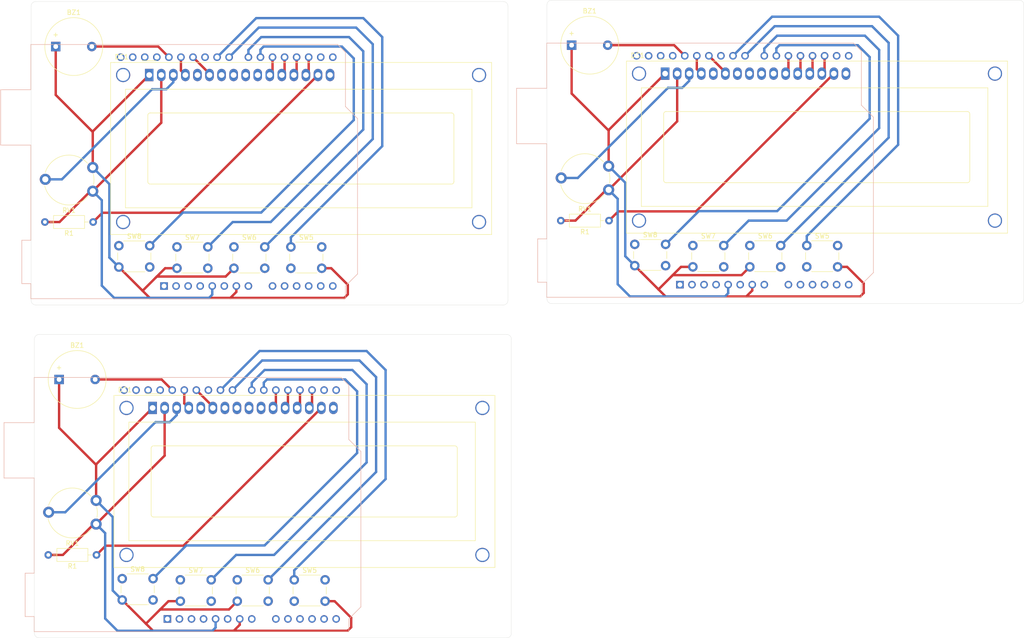
<source format=kicad_pcb>
(kicad_pcb (version 20241229) (generator "pcbnew") (generator_version "9.0")
  (layers (0 "F.Cu" signal) (2 "B.Cu" signal) (13 "F.Paste" user) (15 "B.Paste" user) (5 "F.SilkS" user "F.Silkscreen") (7 "B.SilkS" user "B.Silkscreen") (1 "F.Mask" user) (3 "B.Mask" user) (25 "Edge.Cuts" user))
  (net 0 "")
  (net 2 "/D6")
  (net 3 "/D2")
  (net 7 "/D4")
  (net 10 "/D12")
  (net 15 "/D7")
  (net 17 "/Vss")
  (net 18 "/D9")
  (net 21 "/D5")
  (net 22 "/D11")
  (net 23 "/Vdd")
  (net 24 "/D8")
  (net 27 "/D13")
  (net 28 "/D3")
  (net 36 "Net-(DS1-LED(+))")
  (net 37 "Net-(DS1-VO)")
  (footprint "Button_Switch_THT:SW_PUSH_6mm" (layer "F.Cu") (at 81.75 91.75)
    (property "Reference" "SW7")
    (property "Value" "SW_Push")
  )
  (footprint "Button_Switch_THT:SW_PUSH_6mm" (layer "F.Cu") (at 94.457107 161.957107)
    (property "Reference" "SW6")
    (property "Value" "SW_Push")
  )
  (footprint "Button_Switch_THT:SW_PUSH_6mm" (layer "F.Cu") (at 82.457107 161.957107)
    (property "Reference" "SW7")
    (property "Value" "SW_Push")
  )
  (footprint "Resistor_THT:R_Axial_DIN0207_L6.3mm_D2.5mm_P10.16mm_Horizontal" (layer "F.Cu") (at 64.787107 156.707107 180)
    (property "Reference" "R1")
    (property "Value" "R_US")
  )
  (footprint "Button_Switch_THT:SW_PUSH_6mm" (layer "F.Cu") (at 214.457107 91.457107)
    (property "Reference" "SW5")
    (property "Value" "SW_Push")
  )
  (footprint "Button_Switch_THT:SW_PUSH_6mm" (layer "F.Cu") (at 69.5 91.5)
    (property "Reference" "SW8")
    (property "Value" "SW_Push")
  )
  (footprint "Buzzer_Beeper:Buzzer_12x9.5RM7.6" (layer "F.Cu") (at 56.907107 119.707107)
    (property "Reference" "BZ1")
    (property "Value" "Buzzer")
  )
  (footprint "Button_Switch_THT:SW_PUSH_6mm" (layer "F.Cu") (at 202.457107 91.457107)
    (property "Reference" "SW6")
    (property "Value" "SW_Push")
  )
  (footprint "Button_Switch_THT:SW_PUSH_6mm" (layer "F.Cu") (at 70.207107 161.707107)
    (property "Reference" "SW8")
    (property "Value" "SW_Push")
  )
  (footprint "Resistor_THT:R_Axial_DIN0207_L6.3mm_D2.5mm_P10.16mm_Horizontal" (layer "F.Cu") (at 172.787107 86.207107 180)
    (property "Reference" "R1")
    (property "Value" "R_US")
  )
  (footprint "Display:WC1602A" (layer "F.Cu") (at 184.607107 55.207107)
    (property "Reference" "DS1")
    (property "Value" "WC1602A")
  )
  (footprint "Button_Switch_THT:SW_PUSH_6mm" (layer "F.Cu") (at 190.457107 91.457107)
    (property "Reference" "SW7")
    (property "Value" "SW_Push")
  )
  (footprint "Button_Switch_THT:SW_PUSH_6mm" (layer "F.Cu") (at 106.457107 161.957107)
    (property "Reference" "SW5")
    (property "Value" "SW_Push")
  )
  (footprint "Potentiometer_THT:Potentiometer_Piher_PT-10-V10_Vertical" (layer "F.Cu") (at 64.707107 145.207107 180)
    (property "Reference" "RV1")
    (property "Value" "R_Potentiometer")
  )
  (footprint "Display:WC1602A" (layer "F.Cu") (at 76.607107 125.707107)
    (property "Reference" "DS1")
    (property "Value" "WC1602A")
  )
  (footprint "Potentiometer_THT:Potentiometer_Piher_PT-10-V10_Vertical" (layer "F.Cu") (at 64 75 180)
    (property "Reference" "RV1")
    (property "Value" "R_Potentiometer")
  )
  (footprint "Resistor_THT:R_Axial_DIN0207_L6.3mm_D2.5mm_P10.16mm_Horizontal" (layer "F.Cu") (at 64.08 86.5 180)
    (property "Reference" "R1")
    (property "Value" "R_US")
  )
  (footprint "Potentiometer_THT:Potentiometer_Piher_PT-10-V10_Vertical" (layer "F.Cu") (at 172.707107 74.707107 180)
    (property "Reference" "RV1")
    (property "Value" "R_Potentiometer")
  )
  (footprint "Button_Switch_THT:SW_PUSH_6mm" (layer "F.Cu") (at 93.75 91.75)
    (property "Reference" "SW6")
    (property "Value" "SW_Push")
  )
  (footprint "Buzzer_Beeper:Buzzer_12x9.5RM7.6" (layer "F.Cu") (at 56.2 49.5)
    (property "Reference" "BZ1")
    (property "Value" "Buzzer")
  )
  (footprint "Display:WC1602A" (layer "F.Cu") (at 75.9 55.5)
    (property "Reference" "DS1")
    (property "Value" "WC1602A")
  )
  (footprint "Button_Switch_THT:SW_PUSH_6mm" (layer "F.Cu") (at 178.207107 91.207107)
    (property "Reference" "SW8")
    (property "Value" "SW_Push")
  )
  (footprint "Button_Switch_THT:SW_PUSH_6mm" (layer "F.Cu") (at 105.75 91.75)
    (property "Reference" "SW5")
    (property "Value" "SW_Push")
  )
  (footprint "Buzzer_Beeper:Buzzer_12x9.5RM7.6" (layer "F.Cu") (at 164.907107 49.207107)
    (property "Reference" "BZ1")
    (property "Value" "Buzzer")
  )
  (footprint "Module:Arduino_UNO_R3" (layer "B.Cu") (at 187.727107 99.707107)
    (property "Reference" "A1" (hide yes))
    (property "Value" "Arduino_UNO_R3")
  )
  (footprint "Module:Arduino_UNO_R3" (layer "B.Cu") (at 79.727107 170.207107)
    (property "Reference" "A1" (hide yes))
    (property "Value" "Arduino_UNO_R3")
  )
  (footprint "Module:Arduino_UNO_R3" (layer "B.Cu") (at 79.02 100)
    (property "Reference" "A1" (hide yes))
    (property "Value" "Arduino_UNO_R3")
  )
  (gr_arc (start 159.707107 40.707107) (mid 160 40) (end 160.707107 39.707107) (stroke (width 0.05)) (layer "Edge.Cuts"))
  (gr_arc (start 260.207107 102.707107) (mid 259.914214 103.414214) (end 259.207107 103.707107) (stroke (width 0.05)) (layer "Edge.Cuts"))
  (gr_arc (start 160.707107 103.707107) (mid 160 103.414214) (end 159.707107 102.707107) (stroke (width 0.05)) (layer "Edge.Cuts"))
  (gr_line (start 150.5 104) (end 52 104) (stroke (width 0.05)) (layer "Edge.Cuts"))
  (gr_arc (start 151.5 103) (mid 151.207107 103.707107) (end 150.5 104) (stroke (width 0.05)) (layer "Edge.Cuts"))
  (gr_line (start 51.707107 173.207107) (end 51.707107 111.207107) (stroke (width 0.05)) (layer "Edge.Cuts"))
  (gr_arc (start 51 41) (mid 51.292893 40.292893) (end 52 40) (stroke (width 0.05)) (layer "Edge.Cuts"))
  (gr_arc (start 259.207107 39.707107) (mid 259.914214 40) (end 260.207107 40.707107) (stroke (width 0.05)) (layer "Edge.Cuts"))
  (gr_line (start 160.707107 39.707107) (end 259.207107 39.707107) (stroke (width 0.05)) (layer "Edge.Cuts"))
  (gr_arc (start 52 104) (mid 51.292893 103.707107) (end 51 103) (stroke (width 0.05)) (layer "Edge.Cuts"))
  (gr_line (start 152.207107 111.207107) (end 152.207107 173.207107) (stroke (width 0.05)) (layer "Edge.Cuts"))
  (gr_arc (start 52.707107 174.207107) (mid 52 173.914214) (end 51.707107 173.207107) (stroke (width 0.05)) (layer "Edge.Cuts"))
  (gr_arc (start 150.5 40) (mid 151.207107 40.292893) (end 151.5 41) (stroke (width 0.05)) (layer "Edge.Cuts"))
  (gr_line (start 151.5 41) (end 151.5 103) (stroke (width 0.05)) (layer "Edge.Cuts"))
  (gr_arc (start 152.207107 173.207107) (mid 151.914214 173.914214) (end 151.207107 174.207107) (stroke (width 0.05)) (layer "Edge.Cuts"))
  (gr_line (start 52 40) (end 150.5 40) (stroke (width 0.05)) (layer "Edge.Cuts"))
  (gr_line (start 260.207107 40.707107) (end 260.207107 102.707107) (stroke (width 0.05)) (layer "Edge.Cuts"))
  (gr_arc (start 51.707107 111.207107) (mid 52 110.5) (end 52.707107 110.207107) (stroke (width 0.05)) (layer "Edge.Cuts"))
  (gr_line (start 52.707107 110.207107) (end 151.207107 110.207107) (stroke (width 0.05)) (layer "Edge.Cuts"))
  (gr_line (start 259.207107 103.707107) (end 160.707107 103.707107) (stroke (width 0.05)) (layer "Edge.Cuts"))
  (gr_arc (start 151.207107 110.207107) (mid 151.914214 110.5) (end 152.207107 111.207107) (stroke (width 0.05)) (layer "Edge.Cuts"))
  (gr_line (start 151.207107 174.207107) (end 52.707107 174.207107) (stroke (width 0.05)) (layer "Edge.Cuts"))
  (gr_line (start 159.707107 102.707107) (end 159.707107 40.707107) (stroke (width 0.05)) (layer "Edge.Cuts"))
  (gr_line (start 51 103) (end 51 41) (stroke (width 0.05)) (layer "Edge.Cuts"))
  (segment (start 76.707107 161.707107) (end 83.707107 154.707107) (width 0.5) (layer "B.Cu") (net 2))
  (segment (start 208.707107 49.207107) (end 208.047107 49.867107) (width 0.5) (layer "B.Cu") (net 2))
  (segment (start 100 49.5) (end 99.34 50.16) (width 0.5) (layer "B.Cu") (net 2))
  (segment (start 117.207107 119.707107) (end 100.707107 119.707107) (width 0.5) (layer "B.Cu") (net 2))
  (segment (start 99.34 50.16) (end 99.34 51.74) (width 0.5) (layer "B.Cu") (net 2))
  (segment (start 119 65) (end 119 52) (width 0.5) (layer "B.Cu") (net 2))
  (segment (start 208.207107 84.207107) (end 227.707107 64.707107) (width 0.5) (layer "B.Cu") (net 2))
  (segment (start 119.707107 122.207107) (end 117.207107 119.707107) (width 0.5) (layer "B.Cu") (net 2))
  (segment (start 119.707107 135.207107) (end 119.707107 122.207107) (width 0.5) (layer "B.Cu") (net 2))
  (segment (start 227.707107 51.707107) (end 225.207107 49.207107) (width 0.5) (layer "B.Cu") (net 2))
  (segment (start 184.707107 91.207107) (end 191.707107 84.207107) (width 0.5) (layer "B.Cu") (net 2))
  (segment (start 191.707107 84.207107) (end 208.207107 84.207107) (width 0.5) (layer "B.Cu") (net 2))
  (segment (start 83.707107 154.707107) (end 100.207107 154.707107) (width 0.5) (layer "B.Cu") (net 2))
  (segment (start 83 84.5) (end 99.5 84.5) (width 0.5) (layer "B.Cu") (net 2))
  (segment (start 99.5 84.5) (end 119 65) (width 0.5) (layer "B.Cu") (net 2))
  (segment (start 100.047107 120.367107) (end 100.047107 121.947107) (width 0.5) (layer "B.Cu") (net 2))
  (segment (start 227.707107 64.707107) (end 227.707107 51.707107) (width 0.5) (layer "B.Cu") (net 2))
  (segment (start 225.207107 49.207107) (end 208.707107 49.207107) (width 0.5) (layer "B.Cu") (net 2))
  (segment (start 116.5 49.5) (end 100 49.5) (width 0.5) (layer "B.Cu") (net 2))
  (segment (start 100.207107 154.707107) (end 119.707107 135.207107) (width 0.5) (layer "B.Cu") (net 2))
  (segment (start 208.047107 49.867107) (end 208.047107 51.447107) (width 0.5) (layer "B.Cu") (net 2))
  (segment (start 76 91.5) (end 83 84.5) (width 0.5) (layer "B.Cu") (net 2))
  (segment (start 119 52) (end 116.5 49.5) (width 0.5) (layer "B.Cu") (net 2))
  (segment (start 100.707107 119.707107) (end 100.047107 120.367107) (width 0.5) (layer "B.Cu") (net 2))
  (segment (start 218.207107 51.447107) (end 218.207107 54.627107) (width 0.5) (layer "F.Cu") (net 3))
  (segment (start 110.207107 121.947107) (end 110.207107 125.127107) (width 0.5) (layer "F.Cu") (net 3))
  (segment (start 109.5 54.92) (end 108.92 55.5) (width 0.5) (layer "F.Cu") (net 3))
  (segment (start 110.207107 125.127107) (end 109.627107 125.707107) (width 0.5) (layer "F.Cu") (net 3))
  (segment (start 218.207107 54.627107) (end 217.627107 55.207107) (width 0.5) (layer "F.Cu") (net 3))
  (segment (start 109.5 51.74) (end 109.5 54.92) (width 0.5) (layer "F.Cu") (net 3))
  (segment (start 105.127107 121.947107) (end 105.127107 125.127107) (width 0.5) (layer "F.Cu") (net 7))
  (segment (start 213.127107 54.627107) (end 212.547107 55.207107) (width 0.5) (layer "F.Cu") (net 7))
  (segment (start 213.127107 51.447107) (end 213.127107 54.627107) (width 0.5) (layer "F.Cu") (net 7))
  (segment (start 104.42 54.92) (end 103.84 55.5) (width 0.5) (layer "F.Cu") (net 7))
  (segment (start 105.127107 125.127107) (end 104.547107 125.707107) (width 0.5) (layer "F.Cu") (net 7))
  (segment (start 104.42 51.74) (end 104.42 54.92) (width 0.5) (layer "F.Cu") (net 7))
  (segment (start 82.58 54.56) (end 83.52 55.5) (width 0.5) (layer "F.Cu") (net 10))
  (segment (start 191.287107 51.447107) (end 191.287107 54.267107) (width 0.5) (layer "F.Cu") (net 10))
  (segment (start 191.287107 54.267107) (end 192.227107 55.207107) (width 0.5) (layer "F.Cu") (net 10))
  (segment (start 83.287107 121.947107) (end 83.287107 124.767107) (width 0.5) (layer "F.Cu") (net 10))
  (segment (start 83.287107 124.767107) (end 84.227107 125.707107) (width 0.5) (layer "F.Cu") (net 10))
  (segment (start 82.58 51.74) (end 82.58 54.56) (width 0.5) (layer "F.Cu") (net 10))
  (segment (start 101.5 86.5) (end 121 67) (width 0.5) (layer "B.Cu") (net 15))
  (segment (start 88.25 91.75) (end 93.5 86.5) (width 0.5) (layer "B.Cu") (net 15))
  (segment (start 93.5 86.5) (end 101.5 86.5) (width 0.5) (layer "B.Cu") (net 15))
  (segment (start 229.707107 50.207107) (end 226.707107 47.207107) (width 0.5) (layer "B.Cu") (net 15))
  (segment (start 96.8 50.2) (end 96.8 51.74) (width 0.5) (layer "B.Cu") (net 15))
  (segment (start 121 50.5) (end 118 47.5) (width 0.5) (layer "B.Cu") (net 15))
  (segment (start 118.707107 117.707107) (end 100.207107 117.707107) (width 0.5) (layer "B.Cu") (net 15))
  (segment (start 229.707107 66.707107) (end 229.707107 50.207107) (width 0.5) (layer "B.Cu") (net 15))
  (segment (start 202.207107 86.207107) (end 210.207107 86.207107) (width 0.5) (layer "B.Cu") (net 15))
  (segment (start 88.957107 161.957107) (end 94.207107 156.707107) (width 0.5) (layer "B.Cu") (net 15))
  (segment (start 121.707107 137.207107) (end 121.707107 120.707107) (width 0.5) (layer "B.Cu") (net 15))
  (segment (start 99.5 47.5) (end 96.8 50.2) (width 0.5) (layer "B.Cu") (net 15))
  (segment (start 118 47.5) (end 99.5 47.5) (width 0.5) (layer "B.Cu") (net 15))
  (segment (start 102.207107 156.707107) (end 121.707107 137.207107) (width 0.5) (layer "B.Cu") (net 15))
  (segment (start 208.207107 47.207107) (end 205.507107 49.907107) (width 0.5) (layer "B.Cu") (net 15))
  (segment (start 100.207107 117.707107) (end 97.507107 120.407107) (width 0.5) (layer "B.Cu") (net 15))
  (segment (start 226.707107 47.207107) (end 208.207107 47.207107) (width 0.5) (layer "B.Cu") (net 15))
  (segment (start 205.507107 49.907107) (end 205.507107 51.447107) (width 0.5) (layer "B.Cu") (net 15))
  (segment (start 121 67) (end 121 50.5) (width 0.5) (layer "B.Cu") (net 15))
  (segment (start 121.707107 120.707107) (end 118.707107 117.707107) (width 0.5) (layer "B.Cu") (net 15))
  (segment (start 210.207107 86.207107) (end 229.707107 66.707107) (width 0.5) (layer "B.Cu") (net 15))
  (segment (start 94.207107 156.707107) (end 102.207107 156.707107) (width 0.5) (layer "B.Cu") (net 15))
  (segment (start 196.957107 91.457107) (end 202.207107 86.207107) (width 0.5) (layer "B.Cu") (net 15))
  (segment (start 97.507107 120.407107) (end 97.507107 121.947107) (width 0.5) (layer "B.Cu") (net 15))
  (segment (start 117.75 101.75) (end 117 102.5) (width 0.5) (layer "F.Cu") (net 17))
  (segment (start 117.707107 172.707107) (end 93.707107 172.707107) (width 0.5) (layer "F.Cu") (net 17))
  (segment (start 56.2 59.7) (end 64 67.5) (width 0.5) (layer "F.Cu") (net 17))
  (segment (start 172.707107 67.207107) (end 172.707107 67.107107) (width 0.5) (layer "F.Cu") (net 17))
  (segment (start 69.5 96) (end 74.5 101) (width 0.5) (layer "F.Cu") (net 17))
  (segment (start 92.707107 168.207107) (end 78.207107 168.207107) (width 0.5) (layer "F.Cu") (net 17))
  (segment (start 202.457107 95.957107) (end 200.707107 97.707107) (width 0.5) (layer "F.Cu") (net 17))
  (segment (start 64.707107 137.707107) (end 64.707107 137.607107) (width 0.5) (layer "F.Cu") (net 17))
  (segment (start 78.207107 168.207107) (end 77.957107 168.457107) (width 0.5) (layer "F.Cu") (net 17))
  (segment (start 164.907107 49.207107) (end 164.907107 59.407107) (width 0.5) (layer "F.Cu") (net 17))
  (segment (start 117.75 99.75) (end 117.75 101.75) (width 0.5) (layer "F.Cu") (net 17))
  (segment (start 81.75 96.25) (end 79.25 96.25) (width 0.5) (layer "F.Cu") (net 17))
  (segment (start 64.707107 145.207107) (end 64.707107 137.707107) (width 0.5) (layer "F.Cu") (net 17))
  (segment (start 220.957107 95.957107) (end 222.957107 95.957107) (width 0.5) (layer "F.Cu") (net 17))
  (segment (start 226.457107 99.457107) (end 226.457107 101.457107) (width 0.5) (layer "F.Cu") (net 17))
  (segment (start 76.707107 172.707107) (end 93.707107 172.707107) (width 0.5) (layer "F.Cu") (net 17))
  (segment (start 190.457107 95.957107) (end 187.957107 95.957107) (width 0.5) (layer "F.Cu") (net 17))
  (segment (start 56.2 49.5) (end 56.2 59.7) (width 0.5) (layer "F.Cu") (net 17))
  (segment (start 94.457107 166.457107) (end 92.707107 168.207107) (width 0.5) (layer "F.Cu") (net 17))
  (segment (start 77.5 98) (end 77.25 98.25) (width 0.5) (layer "F.Cu") (net 17))
  (segment (start 92 98) (end 77.5 98) (width 0.5) (layer "F.Cu") (net 17))
  (segment (start 183.207107 100.707107) (end 184.707107 102.207107) (width 0.5) (layer "F.Cu") (net 17))
  (segment (start 112.957107 166.457107) (end 114.957107 166.457107) (width 0.5) (layer "F.Cu") (net 17))
  (segment (start 225.707107 102.207107) (end 201.707107 102.207107) (width 0.5) (layer "F.Cu") (net 17))
  (segment (start 64 67.4) (end 75.9 55.5) (width 0.5) (layer "F.Cu") (net 17))
  (segment (start 178.207107 95.707107) (end 183.207107 100.707107) (width 0.5) (layer "F.Cu") (net 17))
  (segment (start 200.707107 97.707107) (end 186.207107 97.707107) (width 0.5) (layer "F.Cu") (net 17))
  (segment (start 64 75) (end 64 67.5) (width 0.5) (layer "F.Cu") (net 17))
  (segment (start 64.707107 137.607107) (end 76.607107 125.707107) (width 0.5) (layer "F.Cu") (net 17))
  (segment (start 94.967107 171.447107) (end 94.967107 170.207107) (width 0.5) (layer "F.Cu") (net 17))
  (segment (start 186.207107 97.707107) (end 185.957107 97.957107) (width 0.5) (layer "F.Cu") (net 17))
  (segment (start 93.707107 172.707107) (end 94.967107 171.447107) (width 0.5) (layer "F.Cu") (net 17))
  (segment (start 172.707107 74.707107) (end 172.707107 67.207107) (width 0.5) (layer "F.Cu") (net 17))
  (segment (start 64 67.5) (end 64 67.4) (width 0.5) (layer "F.Cu") (net 17))
  (segment (start 79.25 96.25) (end 77.5 98) (width 0.5) (layer "F.Cu") (net 17))
  (segment (start 114.957107 166.457107) (end 118.457107 169.957107) (width 0.5) (layer "F.Cu") (net 17))
  (segment (start 187.957107 95.957107) (end 186.207107 97.707107) (width 0.5) (layer "F.Cu") (net 17))
  (segment (start 70.207107 166.207107) (end 75.207107 171.207107) (width 0.5) (layer "F.Cu") (net 17))
  (segment (start 185.957107 97.957107) (end 183.207107 100.707107) (width 0.5) (layer "F.Cu") (net 17))
  (segment (start 112.25 96.25) (end 114.25 96.25) (width 0.5) (layer "F.Cu") (net 17))
  (segment (start 76 102.5) (end 93 102.5) (width 0.5) (layer "F.Cu") (net 17))
  (segment (start 164.907107 59.407107) (end 172.707107 67.207107) (width 0.5) (layer "F.Cu") (net 17))
  (segment (start 56.907107 119.707107) (end 56.907107 129.907107) (width 0.5) (layer "F.Cu") (net 17))
  (segment (start 222.957107 95.957107) (end 226.457107 99.457107) (width 0.5) (layer "F.Cu") (net 17))
  (segment (start 93 102.5) (end 94.26 101.24) (width 0.5) (layer "F.Cu") (net 17))
  (segment (start 82.457107 166.457107) (end 79.957107 166.457107) (width 0.5) (layer "F.Cu") (net 17))
  (segment (start 118.457107 171.957107) (end 117.707107 172.707107) (width 0.5) (layer "F.Cu") (net 17))
  (segment (start 184.707107 102.207107) (end 201.707107 102.207107) (width 0.5) (layer "F.Cu") (net 17))
  (segment (start 77.957107 168.457107) (end 75.207107 171.207107) (width 0.5) (layer "F.Cu") (net 17))
  (segment (start 74.5 101) (end 76 102.5) (width 0.5) (layer "F.Cu") (net 17))
  (segment (start 226.457107 101.457107) (end 225.707107 102.207107) (width 0.5) (layer "F.Cu") (net 17))
  (segment (start 94.26 101.24) (end 94.26 100) (width 0.5) (layer "F.Cu") (net 17))
  (segment (start 75.207107 171.207107) (end 76.707107 172.707107) (width 0.5) (layer "F.Cu") (net 17))
  (segment (start 93.75 96.25) (end 92 98) (width 0.5) (layer "F.Cu") (net 17))
  (segment (start 56.907107 129.907107) (end 64.707107 137.707107) (width 0.5) (layer "F.Cu") (net 17))
  (segment (start 201.707107 102.207107) (end 202.967107 100.947107) (width 0.5) (layer "F.Cu") (net 17))
  (segment (start 118.457107 169.957107) (end 118.457107 171.957107) (width 0.5) (layer "F.Cu") (net 17))
  (segment (start 79.957107 166.457107) (end 78.207107 168.207107) (width 0.5) (layer "F.Cu") (net 17))
  (segment (start 114.25 96.25) (end 117.75 99.75) (width 0.5) (layer "F.Cu") (net 17))
  (segment (start 202.967107 100.947107) (end 202.967107 99.707107) (width 0.5) (layer "F.Cu") (net 17))
  (segment (start 117 102.5) (end 93 102.5) (width 0.5) (layer "F.Cu") (net 17))
  (segment (start 172.707107 67.107107) (end 184.607107 55.207107) (width 0.5) (layer "F.Cu") (net 17))
  (segment (start 77.25 98.25) (end 74.5 101) (width 0.5) (layer "F.Cu") (net 17))
  (segment (start 176.207107 78.207107) (end 176.207107 93.707107) (width 0.5) (layer "B.Cu") (net 17))
  (segment (start 172.707107 74.707107) (end 176.207107 78.207107) (width 0.5) (layer "B.Cu") (net 17))
  (segment (start 67.5 94) (end 69.5 96) (width 0.5) (layer "B.Cu") (net 17))
  (segment (start 64.707107 145.207107) (end 68.207107 148.707107) (width 0.5) (layer "B.Cu") (net 17))
  (segment (start 68.207107 164.207107) (end 70.207107 166.207107) (width 0.5) (layer "B.Cu") (net 17))
  (segment (start 64 75) (end 67.5 78.5) (width 0.5) (layer "B.Cu") (net 17))
  (segment (start 67.5 78.5) (end 67.5 94) (width 0.5) (layer "B.Cu") (net 17))
  (segment (start 68.207107 148.707107) (end 68.207107 164.207107) (width 0.5) (layer "B.Cu") (net 17))
  (segment (start 176.207107 93.707107) (end 178.207107 95.707107) (width 0.5) (layer "B.Cu") (net 17))
  (segment (start 125.707107 140.707107) (end 125.707107 117.707107) (width 0.5) (layer "B.Cu") (net 18))
  (segment (start 229.707107 43.207107) (end 207.147107 43.207107) (width 0.5) (layer "B.Cu") (net 18))
  (segment (start 121 43.5) (end 98.44 43.5) (width 0.5) (layer "B.Cu") (net 18))
  (segment (start 99.147107 113.707107) (end 90.907107 121.947107) (width 0.5) (layer "B.Cu") (net 18))
  (segment (start 121.707107 113.707107) (end 99.147107 113.707107) (width 0.5) (layer "B.Cu") (net 18))
  (segment (start 233.707107 47.207107) (end 229.707107 43.207107) (width 0.5) (layer "B.Cu") (net 18))
  (segment (start 214.457107 89.457107) (end 233.707107 70.207107) (width 0.5) (layer "B.Cu") (net 18))
  (segment (start 125 70.5) (end 125 47.5) (width 0.5) (layer "B.Cu") (net 18))
  (segment (start 98.44 43.5) (end 90.2 51.74) (width 0.5) (layer "B.Cu") (net 18))
  (segment (start 105.75 89.75) (end 125 70.5) (width 0.5) (layer "B.Cu") (net 18))
  (segment (start 106.457107 159.957107) (end 125.707107 140.707107) (width 0.5) (layer "B.Cu") (net 18))
  (segment (start 125.707107 117.707107) (end 121.707107 113.707107) (width 0.5) (layer "B.Cu") (net 18))
  (segment (start 214.457107 91.457107) (end 214.457107 89.457107) (width 0.5) (layer "B.Cu") (net 18))
  (segment (start 105.75 91.75) (end 105.75 89.75) (width 0.5) (layer "B.Cu") (net 18))
  (segment (start 207.147107 43.207107) (end 198.907107 51.447107) (width 0.5) (layer "B.Cu") (net 18))
  (segment (start 233.707107 70.207107) (end 233.707107 47.207107) (width 0.5) (layer "B.Cu") (net 18))
  (segment (start 106.457107 161.957107) (end 106.457107 159.957107) (width 0.5) (layer "B.Cu") (net 18))
  (segment (start 125 47.5) (end 121 43.5) (width 0.5) (layer "B.Cu") (net 18))
  (segment (start 101.88 51.74) (end 101.88 54.92) (width 0.5) (layer "F.Cu") (net 21))
  (segment (start 102.587107 125.127107) (end 102.007107 125.707107) (width 0.5) (layer "F.Cu") (net 21))
  (segment (start 101.88 54.92) (end 101.3 55.5) (width 0.5) (layer "F.Cu") (net 21))
  (segment (start 210.587107 54.627107) (end 210.007107 55.207107) (width 0.5) (layer "F.Cu") (net 21))
  (segment (start 102.587107 121.947107) (end 102.587107 125.127107) (width 0.5) (layer "F.Cu") (net 21))
  (segment (start 210.587107 51.447107) (end 210.587107 54.627107) (width 0.5) (layer "F.Cu") (net 21))
  (segment (start 197.307107 54.927107) (end 197.307107 55.207107) (width 0.5) (layer "F.Cu") (net 22))
  (segment (start 85.827107 121.947107) (end 89.307107 125.427107) (width 0.5) (layer "F.Cu") (net 22))
  (segment (start 85.12 51.74) (end 88.6 55.22) (width 0.5) (layer "F.Cu") (net 22))
  (segment (start 89.307107 125.427107) (end 89.307107 125.707107) (width 0.5) (layer "F.Cu") (net 22))
  (segment (start 88.6 55.22) (end 88.6 55.5) (width 0.5) (layer "F.Cu") (net 22))
  (segment (start 193.827107 51.447107) (end 197.307107 54.927107) (width 0.5) (layer "F.Cu") (net 22))
  (segment (start 187.147107 65.267107) (end 187.147107 55.207107) (width 0.5) (layer "F.Cu") (net 23))
  (segment (start 79.147107 135.767107) (end 79.147107 125.707107) (width 0.5) (layer "F.Cu") (net 23))
  (segment (start 78.44 65.56) (end 78.44 55.5) (width 0.5) (layer "F.Cu") (net 23))
  (segment (start 64 80) (end 78.44 65.56) (width 0.5) (layer "F.Cu") (net 23))
  (segment (start 165.707107 86.207107) (end 162.627107 86.207107) (width 0.5) (layer "F.Cu") (net 23))
  (segment (start 63.5 80) (end 57 86.5) (width 0.5) (layer "F.Cu") (net 23))
  (segment (start 57.707107 156.707107) (end 54.627107 156.707107) (width 0.5) (layer "F.Cu") (net 23))
  (segment (start 172.707107 79.707107) (end 187.147107 65.267107) (width 0.5) (layer "F.Cu") (net 23))
  (segment (start 57 86.5) (end 53.92 86.5) (width 0.5) (layer "F.Cu") (net 23))
  (segment (start 64.707107 150.207107) (end 64.207107 150.207107) (width 0.5) (layer "F.Cu") (net 23))
  (segment (start 64.207107 150.207107) (end 57.707107 156.707107) (width 0.5) (layer "F.Cu") (net 23))
  (segment (start 64 80) (end 63.5 80) (width 0.5) (layer "F.Cu") (net 23))
  (segment (start 172.707107 79.707107) (end 172.207107 79.707107) (width 0.5) (layer "F.Cu") (net 23))
  (segment (start 64.707107 150.207107) (end 79.147107 135.767107) (width 0.5) (layer "F.Cu") (net 23))
  (segment (start 172.207107 79.707107) (end 165.707107 86.207107) (width 0.5) (layer "F.Cu") (net 23))
  (segment (start 177.207107 102.207107) (end 197.207107 102.207107) (width 0.5) (layer "B.Cu") (net 23))
  (segment (start 89.18 101.82) (end 89.18 100) (width 0.5) (layer "B.Cu") (net 23))
  (segment (start 64 80) (end 65.904655 81.904655) (width 0.5) (layer "B.Cu") (net 23))
  (segment (start 174.611762 81.611762) (end 174.611762 99.611762) (width 0.5) (layer "B.Cu") (net 23))
  (segment (start 66.611762 152.111762) (end 66.611762 170.111762) (width 0.5) (layer "B.Cu") (net 23))
  (segment (start 64.707107 150.207107) (end 66.611762 152.111762) (width 0.5) (layer "B.Cu") (net 23))
  (segment (start 69.207107 172.707107) (end 89.207107 172.707107) (width 0.5) (layer "B.Cu") (net 23))
  (segment (start 88.5 102.5) (end 89.18 101.82) (width 0.5) (layer "B.Cu") (net 23))
  (segment (start 89.207107 172.707107) (end 89.887107 172.027107) (width 0.5) (layer "B.Cu") (net 23))
  (segment (start 172.707107 79.707107) (end 174.611762 81.611762) (width 0.5) (layer "B.Cu") (net 23))
  (segment (start 197.887107 101.527107) (end 197.887107 99.707107) (width 0.5) (layer "B.Cu") (net 23))
  (segment (start 65.904655 81.904655) (end 65.904655 99.904655) (width 0.5) (layer "B.Cu") (net 23))
  (segment (start 65.904655 99.904655) (end 68.5 102.5) (width 0.5) (layer "B.Cu") (net 23))
  (segment (start 197.207107 102.207107) (end 197.887107 101.527107) (width 0.5) (layer "B.Cu") (net 23))
  (segment (start 89.887107 172.027107) (end 89.887107 170.207107) (width 0.5) (layer "B.Cu") (net 23))
  (segment (start 68.5 102.5) (end 88.5 102.5) (width 0.5) (layer "B.Cu") (net 23))
  (segment (start 66.611762 170.111762) (end 69.207107 172.707107) (width 0.5) (layer "B.Cu") (net 23))
  (segment (start 174.611762 99.611762) (end 177.207107 102.207107) (width 0.5) (layer "B.Cu") (net 23))
  (segment (start 201.707107 51.187107) (end 201.447107 51.447107) (width 0.5) (layer "F.Cu") (net 24))
  (segment (start 93 51.48) (end 92.74 51.74) (width 0.5) (layer "F.Cu") (net 24))
  (segment (start 93.707107 121.687107) (end 93.447107 121.947107) (width 0.5) (layer "F.Cu") (net 24))
  (segment (start 207.687107 45.207107) (end 201.447107 51.447107) (width 0.5) (layer "B.Cu") (net 24))
  (segment (start 100.957107 161.957107) (end 123.707107 139.207107) (width 0.5) (layer "B.Cu") (net 24))
  (segment (start 123.707107 139.207107) (end 123.707107 119.207107) (width 0.5) (layer "B.Cu") (net 24))
  (segment (start 208.957107 91.457107) (end 231.707107 68.707107) (width 0.5) (layer "B.Cu") (net 24))
  (segment (start 99.687107 115.707107) (end 93.447107 121.947107) (width 0.5) (layer "B.Cu") (net 24))
  (segment (start 100.25 91.75) (end 123 69) (width 0.5) (layer "B.Cu") (net 24))
  (segment (start 119.5 45.5) (end 98.98 45.5) (width 0.5) (layer "B.Cu") (net 24))
  (segment (start 98.98 45.5) (end 92.74 51.74) (width 0.5) (layer "B.Cu") (net 24))
  (segment (start 123 69) (end 123 49) (width 0.5) (layer "B.Cu") (net 24))
  (segment (start 231.707107 68.707107) (end 231.707107 48.707107) (width 0.5) (layer "B.Cu") (net 24))
  (segment (start 120.207107 115.707107) (end 99.687107 115.707107) (width 0.5) (layer "B.Cu") (net 24))
  (segment (start 123.707107 119.207107) (end 120.207107 115.707107) (width 0.5) (layer "B.Cu") (net 24))
  (segment (start 228.207107 45.207107) (end 207.687107 45.207107) (width 0.5) (layer "B.Cu") (net 24))
  (segment (start 231.707107 48.707107) (end 228.207107 45.207107) (width 0.5) (layer "B.Cu") (net 24))
  (segment (start 123 49) (end 119.5 45.5) (width 0.5) (layer "B.Cu") (net 24))
  (segment (start 63.8 49.5) (end 77.8 49.5) (width 0.5) (layer "F.Cu") (net 27))
  (segment (start 172.507107 49.207107) (end 186.507107 49.207107) (width 0.5) (layer "F.Cu") (net 27))
  (segment (start 186.507107 49.207107) (end 188.747107 51.447107) (width 0.5) (layer "F.Cu") (net 27))
  (segment (start 64.507107 119.707107) (end 78.507107 119.707107) (width 0.5) (layer "F.Cu") (net 27))
  (segment (start 77.8 49.5) (end 80.04 51.74) (width 0.5) (layer "F.Cu") (net 27))
  (segment (start 78.507107 119.707107) (end 80.747107 121.947107) (width 0.5) (layer "F.Cu") (net 27))
  (segment (start 215.667107 51.447107) (end 215.667107 54.627107) (width 0.5) (layer "F.Cu") (net 28))
  (segment (start 106.96 51.74) (end 106.96 54.92) (width 0.5) (layer "F.Cu") (net 28))
  (segment (start 107.667107 121.947107) (end 107.667107 125.127107) (width 0.5) (layer "F.Cu") (net 28))
  (segment (start 106.96 54.92) (end 106.38 55.5) (width 0.5) (layer "F.Cu") (net 28))
  (segment (start 107.667107 125.127107) (end 107.087107 125.707107) (width 0.5) (layer "F.Cu") (net 28))
  (segment (start 215.667107 54.627107) (end 215.087107 55.207107) (width 0.5) (layer "F.Cu") (net 28))
  (segment (start 82.4103 84.5497) (end 111.46 55.5) (width 0.5) (layer "F.Cu") (net 36))
  (segment (start 191.117407 84.256807) (end 220.167107 55.207107) (width 0.5) (layer "F.Cu") (net 36))
  (segment (start 66.737407 154.756807) (end 83.117407 154.756807) (width 0.5) (layer "F.Cu") (net 36))
  (segment (start 64.08 86.5) (end 66.0303 84.5497) (width 0.5) (layer "F.Cu") (net 36))
  (segment (start 172.787107 86.207107) (end 174.737407 84.256807) (width 0.5) (layer "F.Cu") (net 36))
  (segment (start 83.117407 154.756807) (end 112.167107 125.707107) (width 0.5) (layer "F.Cu") (net 36))
  (segment (start 66.0303 84.5497) (end 82.4103 84.5497) (width 0.5) (layer "F.Cu") (net 36))
  (segment (start 64.787107 156.707107) (end 66.737407 154.756807) (width 0.5) (layer "F.Cu") (net 36))
  (segment (start 174.737407 84.256807) (end 191.117407 84.256807) (width 0.5) (layer "F.Cu") (net 36))
  (segment (start 64.08 86.92) (end 64 87) (width 0.5) (layer "B.Cu") (net 36))
  (segment (start 64.787107 157.127107) (end 64.707107 157.207107) (width 0.5) (layer "B.Cu") (net 36))
  (segment (start 172.787107 86.627107) (end 172.707107 86.707107) (width 0.5) (layer "B.Cu") (net 36))
  (segment (start 80.98 57.02) (end 80.98 55.5) (width 0.5) (layer "B.Cu") (net 37))
  (segment (start 189.687107 56.727107) (end 189.687107 55.207107) (width 0.5) (layer "B.Cu") (net 37))
  (segment (start 58.207107 147.707107) (end 77.207107 128.707107) (width 0.5) (layer "B.Cu") (net 37))
  (segment (start 166.207107 77.207107) (end 185.207107 58.207107) (width 0.5) (layer "B.Cu") (net 37))
  (segment (start 80.207107 128.707107) (end 81.687107 127.227107) (width 0.5) (layer "B.Cu") (net 37))
  (segment (start 76.5 58.5) (end 79.5 58.5) (width 0.5) (layer "B.Cu") (net 37))
  (segment (start 77.207107 128.707107) (end 80.207107 128.707107) (width 0.5) (layer "B.Cu") (net 37))
  (segment (start 188.207107 58.207107) (end 189.687107 56.727107) (width 0.5) (layer "B.Cu") (net 37))
  (segment (start 54 77.5) (end 57.5 77.5) (width 0.5) (layer "B.Cu") (net 37))
  (segment (start 185.207107 58.207107) (end 188.207107 58.207107) (width 0.5) (layer "B.Cu") (net 37))
  (segment (start 57.5 77.5) (end 76.5 58.5) (width 0.5) (layer "B.Cu") (net 37))
  (segment (start 81.687107 127.227107) (end 81.687107 125.707107) (width 0.5) (layer "B.Cu") (net 37))
  (segment (start 54.707107 147.707107) (end 58.207107 147.707107) (width 0.5) (layer "B.Cu") (net 37))
  (segment (start 162.707107 77.207107) (end 166.207107 77.207107) (width 0.5) (layer "B.Cu") (net 37))
  (segment (start 79.5 58.5) (end 80.98 57.02) (width 0.5) (layer "B.Cu") (net 37))
)
</source>
